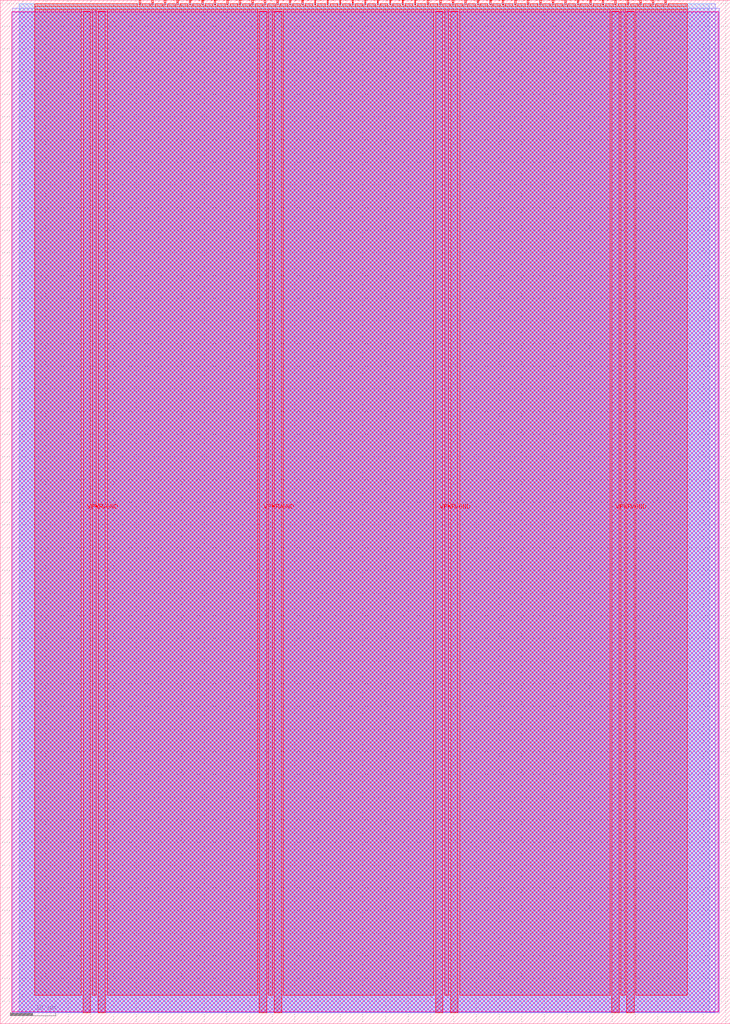
<source format=lef>
VERSION 5.7 ;
  NOWIREEXTENSIONATPIN ON ;
  DIVIDERCHAR "/" ;
  BUSBITCHARS "[]" ;
MACRO tt_um_uwasic_dinogame
  CLASS BLOCK ;
  FOREIGN tt_um_uwasic_dinogame ;
  ORIGIN 0.000 0.000 ;
  SIZE 161.000 BY 225.760 ;
  PIN VGND
    DIRECTION INOUT ;
    USE GROUND ;
    PORT
      LAYER met4 ;
        RECT 21.580 2.480 23.180 223.280 ;
    END
    PORT
      LAYER met4 ;
        RECT 60.450 2.480 62.050 223.280 ;
    END
    PORT
      LAYER met4 ;
        RECT 99.320 2.480 100.920 223.280 ;
    END
    PORT
      LAYER met4 ;
        RECT 138.190 2.480 139.790 223.280 ;
    END
  END VGND
  PIN VPWR
    DIRECTION INOUT ;
    USE POWER ;
    PORT
      LAYER met4 ;
        RECT 18.280 2.480 19.880 223.280 ;
    END
    PORT
      LAYER met4 ;
        RECT 57.150 2.480 58.750 223.280 ;
    END
    PORT
      LAYER met4 ;
        RECT 96.020 2.480 97.620 223.280 ;
    END
    PORT
      LAYER met4 ;
        RECT 134.890 2.480 136.490 223.280 ;
    END
  END VPWR
  PIN clk
    DIRECTION INPUT ;
    USE SIGNAL ;
    ANTENNAGATEAREA 0.852000 ;
    PORT
      LAYER met4 ;
        RECT 143.830 224.760 144.130 225.760 ;
    END
  END clk
  PIN ena
    DIRECTION INPUT ;
    USE SIGNAL ;
    ANTENNAGATEAREA 0.196500 ;
    PORT
      LAYER met4 ;
        RECT 146.590 224.760 146.890 225.760 ;
    END
  END ena
  PIN rst_n
    DIRECTION INPUT ;
    USE SIGNAL ;
    ANTENNAGATEAREA 0.196500 ;
    PORT
      LAYER met4 ;
        RECT 141.070 224.760 141.370 225.760 ;
    END
  END rst_n
  PIN ui_in[0]
    DIRECTION INPUT ;
    USE SIGNAL ;
    PORT
      LAYER met4 ;
        RECT 138.310 224.760 138.610 225.760 ;
    END
  END ui_in[0]
  PIN ui_in[1]
    DIRECTION INPUT ;
    USE SIGNAL ;
    PORT
      LAYER met4 ;
        RECT 135.550 224.760 135.850 225.760 ;
    END
  END ui_in[1]
  PIN ui_in[2]
    DIRECTION INPUT ;
    USE SIGNAL ;
    PORT
      LAYER met4 ;
        RECT 132.790 224.760 133.090 225.760 ;
    END
  END ui_in[2]
  PIN ui_in[3]
    DIRECTION INPUT ;
    USE SIGNAL ;
    PORT
      LAYER met4 ;
        RECT 130.030 224.760 130.330 225.760 ;
    END
  END ui_in[3]
  PIN ui_in[4]
    DIRECTION INPUT ;
    USE SIGNAL ;
    ANTENNAGATEAREA 0.196500 ;
    PORT
      LAYER met4 ;
        RECT 127.270 224.760 127.570 225.760 ;
    END
  END ui_in[4]
  PIN ui_in[5]
    DIRECTION INPUT ;
    USE SIGNAL ;
    ANTENNAGATEAREA 0.196500 ;
    PORT
      LAYER met4 ;
        RECT 124.510 224.760 124.810 225.760 ;
    END
  END ui_in[5]
  PIN ui_in[6]
    DIRECTION INPUT ;
    USE SIGNAL ;
    ANTENNAGATEAREA 0.196500 ;
    PORT
      LAYER met4 ;
        RECT 121.750 224.760 122.050 225.760 ;
    END
  END ui_in[6]
  PIN ui_in[7]
    DIRECTION INPUT ;
    USE SIGNAL ;
    PORT
      LAYER met4 ;
        RECT 118.990 224.760 119.290 225.760 ;
    END
  END ui_in[7]
  PIN uio_in[0]
    DIRECTION INPUT ;
    USE SIGNAL ;
    PORT
      LAYER met4 ;
        RECT 116.230 224.760 116.530 225.760 ;
    END
  END uio_in[0]
  PIN uio_in[1]
    DIRECTION INPUT ;
    USE SIGNAL ;
    PORT
      LAYER met4 ;
        RECT 113.470 224.760 113.770 225.760 ;
    END
  END uio_in[1]
  PIN uio_in[2]
    DIRECTION INPUT ;
    USE SIGNAL ;
    PORT
      LAYER met4 ;
        RECT 110.710 224.760 111.010 225.760 ;
    END
  END uio_in[2]
  PIN uio_in[3]
    DIRECTION INPUT ;
    USE SIGNAL ;
    PORT
      LAYER met4 ;
        RECT 107.950 224.760 108.250 225.760 ;
    END
  END uio_in[3]
  PIN uio_in[4]
    DIRECTION INPUT ;
    USE SIGNAL ;
    PORT
      LAYER met4 ;
        RECT 105.190 224.760 105.490 225.760 ;
    END
  END uio_in[4]
  PIN uio_in[5]
    DIRECTION INPUT ;
    USE SIGNAL ;
    PORT
      LAYER met4 ;
        RECT 102.430 224.760 102.730 225.760 ;
    END
  END uio_in[5]
  PIN uio_in[6]
    DIRECTION INPUT ;
    USE SIGNAL ;
    PORT
      LAYER met4 ;
        RECT 99.670 224.760 99.970 225.760 ;
    END
  END uio_in[6]
  PIN uio_in[7]
    DIRECTION INPUT ;
    USE SIGNAL ;
    PORT
      LAYER met4 ;
        RECT 96.910 224.760 97.210 225.760 ;
    END
  END uio_in[7]
  PIN uio_oe[0]
    DIRECTION OUTPUT ;
    USE SIGNAL ;
    PORT
      LAYER met4 ;
        RECT 49.990 224.760 50.290 225.760 ;
    END
  END uio_oe[0]
  PIN uio_oe[1]
    DIRECTION OUTPUT ;
    USE SIGNAL ;
    PORT
      LAYER met4 ;
        RECT 47.230 224.760 47.530 225.760 ;
    END
  END uio_oe[1]
  PIN uio_oe[2]
    DIRECTION OUTPUT ;
    USE SIGNAL ;
    PORT
      LAYER met4 ;
        RECT 44.470 224.760 44.770 225.760 ;
    END
  END uio_oe[2]
  PIN uio_oe[3]
    DIRECTION OUTPUT ;
    USE SIGNAL ;
    PORT
      LAYER met4 ;
        RECT 41.710 224.760 42.010 225.760 ;
    END
  END uio_oe[3]
  PIN uio_oe[4]
    DIRECTION OUTPUT ;
    USE SIGNAL ;
    PORT
      LAYER met4 ;
        RECT 38.950 224.760 39.250 225.760 ;
    END
  END uio_oe[4]
  PIN uio_oe[5]
    DIRECTION OUTPUT ;
    USE SIGNAL ;
    PORT
      LAYER met4 ;
        RECT 36.190 224.760 36.490 225.760 ;
    END
  END uio_oe[5]
  PIN uio_oe[6]
    DIRECTION OUTPUT ;
    USE SIGNAL ;
    PORT
      LAYER met4 ;
        RECT 33.430 224.760 33.730 225.760 ;
    END
  END uio_oe[6]
  PIN uio_oe[7]
    DIRECTION OUTPUT ;
    USE SIGNAL ;
    PORT
      LAYER met4 ;
        RECT 30.670 224.760 30.970 225.760 ;
    END
  END uio_oe[7]
  PIN uio_out[0]
    DIRECTION OUTPUT ;
    USE SIGNAL ;
    PORT
      LAYER met4 ;
        RECT 72.070 224.760 72.370 225.760 ;
    END
  END uio_out[0]
  PIN uio_out[1]
    DIRECTION OUTPUT ;
    USE SIGNAL ;
    PORT
      LAYER met4 ;
        RECT 69.310 224.760 69.610 225.760 ;
    END
  END uio_out[1]
  PIN uio_out[2]
    DIRECTION OUTPUT ;
    USE SIGNAL ;
    PORT
      LAYER met4 ;
        RECT 66.550 224.760 66.850 225.760 ;
    END
  END uio_out[2]
  PIN uio_out[3]
    DIRECTION OUTPUT ;
    USE SIGNAL ;
    PORT
      LAYER met4 ;
        RECT 63.790 224.760 64.090 225.760 ;
    END
  END uio_out[3]
  PIN uio_out[4]
    DIRECTION OUTPUT ;
    USE SIGNAL ;
    PORT
      LAYER met4 ;
        RECT 61.030 224.760 61.330 225.760 ;
    END
  END uio_out[4]
  PIN uio_out[5]
    DIRECTION OUTPUT ;
    USE SIGNAL ;
    PORT
      LAYER met4 ;
        RECT 58.270 224.760 58.570 225.760 ;
    END
  END uio_out[5]
  PIN uio_out[6]
    DIRECTION OUTPUT ;
    USE SIGNAL ;
    PORT
      LAYER met4 ;
        RECT 55.510 224.760 55.810 225.760 ;
    END
  END uio_out[6]
  PIN uio_out[7]
    DIRECTION OUTPUT ;
    USE SIGNAL ;
    ANTENNADIFFAREA 0.445500 ;
    PORT
      LAYER met4 ;
        RECT 52.750 224.760 53.050 225.760 ;
    END
  END uio_out[7]
  PIN uo_out[0]
    DIRECTION OUTPUT ;
    USE SIGNAL ;
    ANTENNADIFFAREA 0.643500 ;
    PORT
      LAYER met4 ;
        RECT 94.150 224.760 94.450 225.760 ;
    END
  END uo_out[0]
  PIN uo_out[1]
    DIRECTION OUTPUT ;
    USE SIGNAL ;
    ANTENNADIFFAREA 0.643500 ;
    PORT
      LAYER met4 ;
        RECT 91.390 224.760 91.690 225.760 ;
    END
  END uo_out[1]
  PIN uo_out[2]
    DIRECTION OUTPUT ;
    USE SIGNAL ;
    ANTENNADIFFAREA 0.445500 ;
    PORT
      LAYER met4 ;
        RECT 88.630 224.760 88.930 225.760 ;
    END
  END uo_out[2]
  PIN uo_out[3]
    DIRECTION OUTPUT ;
    USE SIGNAL ;
    ANTENNADIFFAREA 0.445500 ;
    PORT
      LAYER met4 ;
        RECT 85.870 224.760 86.170 225.760 ;
    END
  END uo_out[3]
  PIN uo_out[4]
    DIRECTION OUTPUT ;
    USE SIGNAL ;
    ANTENNAGATEAREA 0.159000 ;
    ANTENNADIFFAREA 0.643500 ;
    PORT
      LAYER met4 ;
        RECT 83.110 224.760 83.410 225.760 ;
    END
  END uo_out[4]
  PIN uo_out[5]
    DIRECTION OUTPUT ;
    USE SIGNAL ;
    ANTENNADIFFAREA 0.643500 ;
    PORT
      LAYER met4 ;
        RECT 80.350 224.760 80.650 225.760 ;
    END
  END uo_out[5]
  PIN uo_out[6]
    DIRECTION OUTPUT ;
    USE SIGNAL ;
    ANTENNADIFFAREA 0.643500 ;
    PORT
      LAYER met4 ;
        RECT 77.590 224.760 77.890 225.760 ;
    END
  END uo_out[6]
  PIN uo_out[7]
    DIRECTION OUTPUT ;
    USE SIGNAL ;
    ANTENNADIFFAREA 0.445500 ;
    PORT
      LAYER met4 ;
        RECT 74.830 224.760 75.130 225.760 ;
    END
  END uo_out[7]
  OBS
      LAYER nwell ;
        RECT 2.570 2.635 158.430 223.230 ;
      LAYER li1 ;
        RECT 2.760 2.635 158.240 223.125 ;
      LAYER met1 ;
        RECT 2.760 2.480 158.540 224.020 ;
      LAYER met2 ;
        RECT 4.230 2.535 157.680 224.925 ;
      LAYER met3 ;
        RECT 4.205 2.555 156.335 224.905 ;
      LAYER met4 ;
        RECT 7.655 224.360 30.270 224.905 ;
        RECT 31.370 224.360 33.030 224.905 ;
        RECT 34.130 224.360 35.790 224.905 ;
        RECT 36.890 224.360 38.550 224.905 ;
        RECT 39.650 224.360 41.310 224.905 ;
        RECT 42.410 224.360 44.070 224.905 ;
        RECT 45.170 224.360 46.830 224.905 ;
        RECT 47.930 224.360 49.590 224.905 ;
        RECT 50.690 224.360 52.350 224.905 ;
        RECT 53.450 224.360 55.110 224.905 ;
        RECT 56.210 224.360 57.870 224.905 ;
        RECT 58.970 224.360 60.630 224.905 ;
        RECT 61.730 224.360 63.390 224.905 ;
        RECT 64.490 224.360 66.150 224.905 ;
        RECT 67.250 224.360 68.910 224.905 ;
        RECT 70.010 224.360 71.670 224.905 ;
        RECT 72.770 224.360 74.430 224.905 ;
        RECT 75.530 224.360 77.190 224.905 ;
        RECT 78.290 224.360 79.950 224.905 ;
        RECT 81.050 224.360 82.710 224.905 ;
        RECT 83.810 224.360 85.470 224.905 ;
        RECT 86.570 224.360 88.230 224.905 ;
        RECT 89.330 224.360 90.990 224.905 ;
        RECT 92.090 224.360 93.750 224.905 ;
        RECT 94.850 224.360 96.510 224.905 ;
        RECT 97.610 224.360 99.270 224.905 ;
        RECT 100.370 224.360 102.030 224.905 ;
        RECT 103.130 224.360 104.790 224.905 ;
        RECT 105.890 224.360 107.550 224.905 ;
        RECT 108.650 224.360 110.310 224.905 ;
        RECT 111.410 224.360 113.070 224.905 ;
        RECT 114.170 224.360 115.830 224.905 ;
        RECT 116.930 224.360 118.590 224.905 ;
        RECT 119.690 224.360 121.350 224.905 ;
        RECT 122.450 224.360 124.110 224.905 ;
        RECT 125.210 224.360 126.870 224.905 ;
        RECT 127.970 224.360 129.630 224.905 ;
        RECT 130.730 224.360 132.390 224.905 ;
        RECT 133.490 224.360 135.150 224.905 ;
        RECT 136.250 224.360 137.910 224.905 ;
        RECT 139.010 224.360 140.670 224.905 ;
        RECT 141.770 224.360 143.430 224.905 ;
        RECT 144.530 224.360 146.190 224.905 ;
        RECT 147.290 224.360 151.505 224.905 ;
        RECT 7.655 223.680 151.505 224.360 ;
        RECT 7.655 6.295 17.880 223.680 ;
        RECT 20.280 6.295 21.180 223.680 ;
        RECT 23.580 6.295 56.750 223.680 ;
        RECT 59.150 6.295 60.050 223.680 ;
        RECT 62.450 6.295 95.620 223.680 ;
        RECT 98.020 6.295 98.920 223.680 ;
        RECT 101.320 6.295 134.490 223.680 ;
        RECT 136.890 6.295 137.790 223.680 ;
        RECT 140.190 6.295 151.505 223.680 ;
  END
END tt_um_uwasic_dinogame
END LIBRARY


</source>
